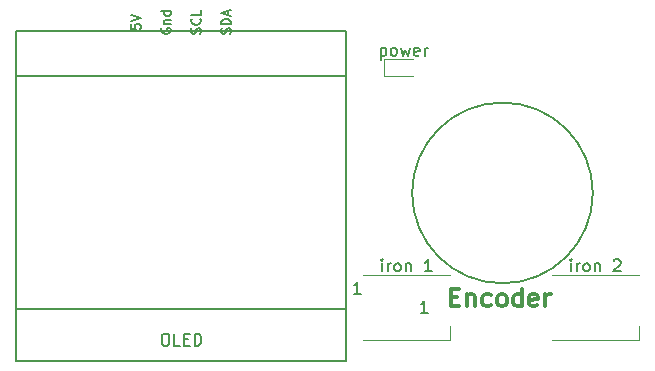
<source format=gbr>
%TF.GenerationSoftware,KiCad,Pcbnew,(5.1.6)-1*%
%TF.CreationDate,2020-11-07T21:03:06+00:00*%
%TF.ProjectId,ninja_iron,6e696e6a-615f-4697-926f-6e2e6b696361,rev?*%
%TF.SameCoordinates,Original*%
%TF.FileFunction,Legend,Top*%
%TF.FilePolarity,Positive*%
%FSLAX46Y46*%
G04 Gerber Fmt 4.6, Leading zero omitted, Abs format (unit mm)*
G04 Created by KiCad (PCBNEW (5.1.6)-1) date 2020-11-07 21:03:06*
%MOMM*%
%LPD*%
G01*
G04 APERTURE LIST*
%ADD10C,0.200000*%
%ADD11C,0.300000*%
%ADD12C,0.150000*%
%ADD13C,0.120000*%
G04 APERTURE END LIST*
D10*
X109250000Y-57882000D02*
G75*
G03*
X109250000Y-57882000I-7650000J0D01*
G01*
D11*
X97238857Y-66694857D02*
X97738857Y-66694857D01*
X97953142Y-67480571D02*
X97238857Y-67480571D01*
X97238857Y-65980571D01*
X97953142Y-65980571D01*
X98596000Y-66480571D02*
X98596000Y-67480571D01*
X98596000Y-66623428D02*
X98667428Y-66552000D01*
X98810285Y-66480571D01*
X99024571Y-66480571D01*
X99167428Y-66552000D01*
X99238857Y-66694857D01*
X99238857Y-67480571D01*
X100596000Y-67409142D02*
X100453142Y-67480571D01*
X100167428Y-67480571D01*
X100024571Y-67409142D01*
X99953142Y-67337714D01*
X99881714Y-67194857D01*
X99881714Y-66766285D01*
X99953142Y-66623428D01*
X100024571Y-66552000D01*
X100167428Y-66480571D01*
X100453142Y-66480571D01*
X100596000Y-66552000D01*
X101453142Y-67480571D02*
X101310285Y-67409142D01*
X101238857Y-67337714D01*
X101167428Y-67194857D01*
X101167428Y-66766285D01*
X101238857Y-66623428D01*
X101310285Y-66552000D01*
X101453142Y-66480571D01*
X101667428Y-66480571D01*
X101810285Y-66552000D01*
X101881714Y-66623428D01*
X101953142Y-66766285D01*
X101953142Y-67194857D01*
X101881714Y-67337714D01*
X101810285Y-67409142D01*
X101667428Y-67480571D01*
X101453142Y-67480571D01*
X103238857Y-67480571D02*
X103238857Y-65980571D01*
X103238857Y-67409142D02*
X103096000Y-67480571D01*
X102810285Y-67480571D01*
X102667428Y-67409142D01*
X102596000Y-67337714D01*
X102524571Y-67194857D01*
X102524571Y-66766285D01*
X102596000Y-66623428D01*
X102667428Y-66552000D01*
X102810285Y-66480571D01*
X103096000Y-66480571D01*
X103238857Y-66552000D01*
X104524571Y-67409142D02*
X104381714Y-67480571D01*
X104096000Y-67480571D01*
X103953142Y-67409142D01*
X103881714Y-67266285D01*
X103881714Y-66694857D01*
X103953142Y-66552000D01*
X104096000Y-66480571D01*
X104381714Y-66480571D01*
X104524571Y-66552000D01*
X104596000Y-66694857D01*
X104596000Y-66837714D01*
X103881714Y-66980571D01*
X105238857Y-67480571D02*
X105238857Y-66480571D01*
X105238857Y-66766285D02*
X105310285Y-66623428D01*
X105381714Y-66552000D01*
X105524571Y-66480571D01*
X105667428Y-66480571D01*
D12*
%TO.C,OLED*%
X88392000Y-44196000D02*
X60452000Y-44196000D01*
X60452000Y-48006000D02*
X88392000Y-48006000D01*
X88392000Y-67691000D02*
X60452000Y-67691000D01*
X88392000Y-44196000D02*
X88392000Y-72136000D01*
X60452000Y-72136000D02*
X88392000Y-72136000D01*
X60452000Y-72136000D02*
X60452000Y-44196000D01*
D13*
%TO.C,iron 1*%
X89822000Y-64814000D02*
X97122000Y-64814000D01*
X89822000Y-70314000D02*
X97122000Y-70314000D01*
X97122000Y-70314000D02*
X97122000Y-69164000D01*
%TO.C,power*%
X94018000Y-46509000D02*
X91558000Y-46509000D01*
X91558000Y-46509000D02*
X91558000Y-47979000D01*
X91558000Y-47979000D02*
X94018000Y-47979000D01*
%TO.C,iron 2*%
X105824000Y-64814000D02*
X113124000Y-64814000D01*
X105824000Y-70314000D02*
X113124000Y-70314000D01*
X113124000Y-70314000D02*
X113124000Y-69164000D01*
%TO.C,OLED*%
D12*
X72969619Y-69810380D02*
X73160095Y-69810380D01*
X73255333Y-69858000D01*
X73350571Y-69953238D01*
X73398190Y-70143714D01*
X73398190Y-70477047D01*
X73350571Y-70667523D01*
X73255333Y-70762761D01*
X73160095Y-70810380D01*
X72969619Y-70810380D01*
X72874380Y-70762761D01*
X72779142Y-70667523D01*
X72731523Y-70477047D01*
X72731523Y-70143714D01*
X72779142Y-69953238D01*
X72874380Y-69858000D01*
X72969619Y-69810380D01*
X74302952Y-70810380D02*
X73826761Y-70810380D01*
X73826761Y-69810380D01*
X74636285Y-70286571D02*
X74969619Y-70286571D01*
X75112476Y-70810380D02*
X74636285Y-70810380D01*
X74636285Y-69810380D01*
X75112476Y-69810380D01*
X75541047Y-70810380D02*
X75541047Y-69810380D01*
X75779142Y-69810380D01*
X75922000Y-69858000D01*
X76017238Y-69953238D01*
X76064857Y-70048476D01*
X76112476Y-70238952D01*
X76112476Y-70381809D01*
X76064857Y-70572285D01*
X76017238Y-70667523D01*
X75922000Y-70762761D01*
X75779142Y-70810380D01*
X75541047Y-70810380D01*
X76015809Y-44386380D02*
X76053904Y-44272095D01*
X76053904Y-44081619D01*
X76015809Y-44005428D01*
X75977714Y-43967333D01*
X75901523Y-43929238D01*
X75825333Y-43929238D01*
X75749142Y-43967333D01*
X75711047Y-44005428D01*
X75672952Y-44081619D01*
X75634857Y-44234000D01*
X75596761Y-44310190D01*
X75558666Y-44348285D01*
X75482476Y-44386380D01*
X75406285Y-44386380D01*
X75330095Y-44348285D01*
X75292000Y-44310190D01*
X75253904Y-44234000D01*
X75253904Y-44043523D01*
X75292000Y-43929238D01*
X75977714Y-43129238D02*
X76015809Y-43167333D01*
X76053904Y-43281619D01*
X76053904Y-43357809D01*
X76015809Y-43472095D01*
X75939619Y-43548285D01*
X75863428Y-43586380D01*
X75711047Y-43624476D01*
X75596761Y-43624476D01*
X75444380Y-43586380D01*
X75368190Y-43548285D01*
X75292000Y-43472095D01*
X75253904Y-43357809D01*
X75253904Y-43281619D01*
X75292000Y-43167333D01*
X75330095Y-43129238D01*
X76053904Y-42405428D02*
X76053904Y-42786380D01*
X75253904Y-42786380D01*
X78555809Y-44405428D02*
X78593904Y-44291142D01*
X78593904Y-44100666D01*
X78555809Y-44024476D01*
X78517714Y-43986380D01*
X78441523Y-43948285D01*
X78365333Y-43948285D01*
X78289142Y-43986380D01*
X78251047Y-44024476D01*
X78212952Y-44100666D01*
X78174857Y-44253047D01*
X78136761Y-44329238D01*
X78098666Y-44367333D01*
X78022476Y-44405428D01*
X77946285Y-44405428D01*
X77870095Y-44367333D01*
X77832000Y-44329238D01*
X77793904Y-44253047D01*
X77793904Y-44062571D01*
X77832000Y-43948285D01*
X78593904Y-43605428D02*
X77793904Y-43605428D01*
X77793904Y-43414952D01*
X77832000Y-43300666D01*
X77908190Y-43224476D01*
X77984380Y-43186380D01*
X78136761Y-43148285D01*
X78251047Y-43148285D01*
X78403428Y-43186380D01*
X78479619Y-43224476D01*
X78555809Y-43300666D01*
X78593904Y-43414952D01*
X78593904Y-43605428D01*
X78365333Y-42843523D02*
X78365333Y-42462571D01*
X78593904Y-42919714D02*
X77793904Y-42653047D01*
X78593904Y-42386380D01*
X70173904Y-43586380D02*
X70173904Y-43967333D01*
X70554857Y-44005428D01*
X70516761Y-43967333D01*
X70478666Y-43891142D01*
X70478666Y-43700666D01*
X70516761Y-43624476D01*
X70554857Y-43586380D01*
X70631047Y-43548285D01*
X70821523Y-43548285D01*
X70897714Y-43586380D01*
X70935809Y-43624476D01*
X70973904Y-43700666D01*
X70973904Y-43891142D01*
X70935809Y-43967333D01*
X70897714Y-44005428D01*
X70173904Y-43319714D02*
X70973904Y-43053047D01*
X70173904Y-42786380D01*
X72752000Y-43948285D02*
X72713904Y-44024476D01*
X72713904Y-44138761D01*
X72752000Y-44253047D01*
X72828190Y-44329238D01*
X72904380Y-44367333D01*
X73056761Y-44405428D01*
X73171047Y-44405428D01*
X73323428Y-44367333D01*
X73399619Y-44329238D01*
X73475809Y-44253047D01*
X73513904Y-44138761D01*
X73513904Y-44062571D01*
X73475809Y-43948285D01*
X73437714Y-43910190D01*
X73171047Y-43910190D01*
X73171047Y-44062571D01*
X72980571Y-43567333D02*
X73513904Y-43567333D01*
X73056761Y-43567333D02*
X73018666Y-43529238D01*
X72980571Y-43453047D01*
X72980571Y-43338761D01*
X73018666Y-43262571D01*
X73094857Y-43224476D01*
X73513904Y-43224476D01*
X73513904Y-42500666D02*
X72713904Y-42500666D01*
X73475809Y-42500666D02*
X73513904Y-42576857D01*
X73513904Y-42729238D01*
X73475809Y-42805428D01*
X73437714Y-42843523D01*
X73361523Y-42881619D01*
X73132952Y-42881619D01*
X73056761Y-42843523D01*
X73018666Y-42805428D01*
X72980571Y-42729238D01*
X72980571Y-42576857D01*
X73018666Y-42500666D01*
%TO.C,iron 1*%
X91400571Y-64516380D02*
X91400571Y-63849714D01*
X91400571Y-63516380D02*
X91352952Y-63564000D01*
X91400571Y-63611619D01*
X91448190Y-63564000D01*
X91400571Y-63516380D01*
X91400571Y-63611619D01*
X91876761Y-64516380D02*
X91876761Y-63849714D01*
X91876761Y-64040190D02*
X91924380Y-63944952D01*
X91972000Y-63897333D01*
X92067238Y-63849714D01*
X92162476Y-63849714D01*
X92638666Y-64516380D02*
X92543428Y-64468761D01*
X92495809Y-64421142D01*
X92448190Y-64325904D01*
X92448190Y-64040190D01*
X92495809Y-63944952D01*
X92543428Y-63897333D01*
X92638666Y-63849714D01*
X92781523Y-63849714D01*
X92876761Y-63897333D01*
X92924380Y-63944952D01*
X92972000Y-64040190D01*
X92972000Y-64325904D01*
X92924380Y-64421142D01*
X92876761Y-64468761D01*
X92781523Y-64516380D01*
X92638666Y-64516380D01*
X93400571Y-63849714D02*
X93400571Y-64516380D01*
X93400571Y-63944952D02*
X93448190Y-63897333D01*
X93543428Y-63849714D01*
X93686285Y-63849714D01*
X93781523Y-63897333D01*
X93829142Y-63992571D01*
X93829142Y-64516380D01*
X95591047Y-64516380D02*
X95019619Y-64516380D01*
X95305333Y-64516380D02*
X95305333Y-63516380D01*
X95210095Y-63659238D01*
X95114857Y-63754476D01*
X95019619Y-63802095D01*
X89607714Y-66416380D02*
X89036285Y-66416380D01*
X89322000Y-66416380D02*
X89322000Y-65416380D01*
X89226761Y-65559238D01*
X89131523Y-65654476D01*
X89036285Y-65702095D01*
%TO.C,power*%
X91289428Y-45599714D02*
X91289428Y-46599714D01*
X91289428Y-45647333D02*
X91384666Y-45599714D01*
X91575142Y-45599714D01*
X91670380Y-45647333D01*
X91718000Y-45694952D01*
X91765619Y-45790190D01*
X91765619Y-46075904D01*
X91718000Y-46171142D01*
X91670380Y-46218761D01*
X91575142Y-46266380D01*
X91384666Y-46266380D01*
X91289428Y-46218761D01*
X92337047Y-46266380D02*
X92241809Y-46218761D01*
X92194190Y-46171142D01*
X92146571Y-46075904D01*
X92146571Y-45790190D01*
X92194190Y-45694952D01*
X92241809Y-45647333D01*
X92337047Y-45599714D01*
X92479904Y-45599714D01*
X92575142Y-45647333D01*
X92622761Y-45694952D01*
X92670380Y-45790190D01*
X92670380Y-46075904D01*
X92622761Y-46171142D01*
X92575142Y-46218761D01*
X92479904Y-46266380D01*
X92337047Y-46266380D01*
X93003714Y-45599714D02*
X93194190Y-46266380D01*
X93384666Y-45790190D01*
X93575142Y-46266380D01*
X93765619Y-45599714D01*
X94527523Y-46218761D02*
X94432285Y-46266380D01*
X94241809Y-46266380D01*
X94146571Y-46218761D01*
X94098952Y-46123523D01*
X94098952Y-45742571D01*
X94146571Y-45647333D01*
X94241809Y-45599714D01*
X94432285Y-45599714D01*
X94527523Y-45647333D01*
X94575142Y-45742571D01*
X94575142Y-45837809D01*
X94098952Y-45933047D01*
X95003714Y-46266380D02*
X95003714Y-45599714D01*
X95003714Y-45790190D02*
X95051333Y-45694952D01*
X95098952Y-45647333D01*
X95194190Y-45599714D01*
X95289428Y-45599714D01*
%TO.C,iron 2*%
X107402571Y-64516380D02*
X107402571Y-63849714D01*
X107402571Y-63516380D02*
X107354952Y-63564000D01*
X107402571Y-63611619D01*
X107450190Y-63564000D01*
X107402571Y-63516380D01*
X107402571Y-63611619D01*
X107878761Y-64516380D02*
X107878761Y-63849714D01*
X107878761Y-64040190D02*
X107926380Y-63944952D01*
X107974000Y-63897333D01*
X108069238Y-63849714D01*
X108164476Y-63849714D01*
X108640666Y-64516380D02*
X108545428Y-64468761D01*
X108497809Y-64421142D01*
X108450190Y-64325904D01*
X108450190Y-64040190D01*
X108497809Y-63944952D01*
X108545428Y-63897333D01*
X108640666Y-63849714D01*
X108783523Y-63849714D01*
X108878761Y-63897333D01*
X108926380Y-63944952D01*
X108974000Y-64040190D01*
X108974000Y-64325904D01*
X108926380Y-64421142D01*
X108878761Y-64468761D01*
X108783523Y-64516380D01*
X108640666Y-64516380D01*
X109402571Y-63849714D02*
X109402571Y-64516380D01*
X109402571Y-63944952D02*
X109450190Y-63897333D01*
X109545428Y-63849714D01*
X109688285Y-63849714D01*
X109783523Y-63897333D01*
X109831142Y-63992571D01*
X109831142Y-64516380D01*
X111021619Y-63611619D02*
X111069238Y-63564000D01*
X111164476Y-63516380D01*
X111402571Y-63516380D01*
X111497809Y-63564000D01*
X111545428Y-63611619D01*
X111593047Y-63706857D01*
X111593047Y-63802095D01*
X111545428Y-63944952D01*
X110974000Y-64516380D01*
X111593047Y-64516380D01*
X95281714Y-68016380D02*
X94710285Y-68016380D01*
X94996000Y-68016380D02*
X94996000Y-67016380D01*
X94900761Y-67159238D01*
X94805523Y-67254476D01*
X94710285Y-67302095D01*
%TD*%
M02*

</source>
